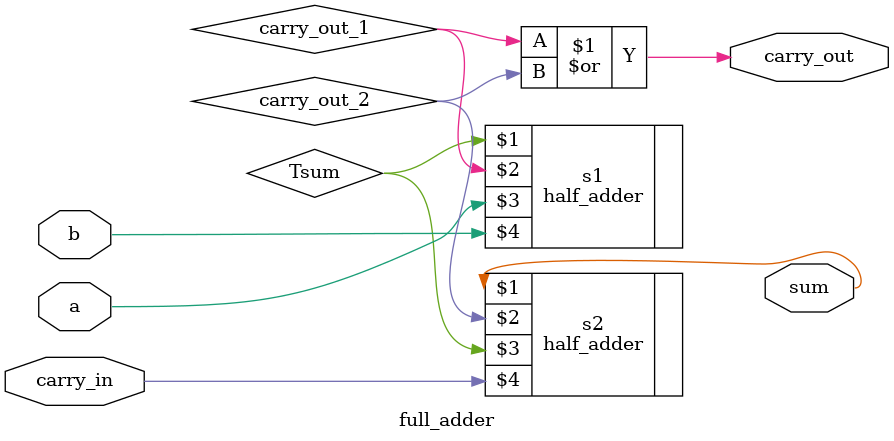
<source format=v>
module full_adder(sum, carry_out, carry_in, a, b);
input a, b, carry_in;
output carry_out, sum;
wire carry_out_1, carry_out_2, Tsum;

half_adder s1(Tsum, carry_out_1, a, b);
half_adder s2(sum, carry_out_2, Tsum, carry_in);

or last_carry_out(carry_out, carry_out_1, carry_out_2); //Either first summation's zero or summation of carry_in and initial sum will propagate 1

endmodule

</source>
